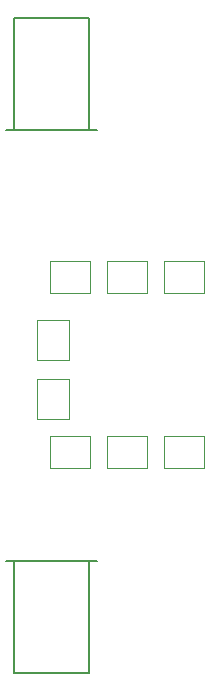
<source format=gbr>
%TF.GenerationSoftware,Altium Limited,Altium Designer,20.0.10 (225)*%
G04 Layer_Color=16711935*
%FSLAX26Y26*%
%MOIN*%
%TF.FileFunction,Other,Top_3D_Body*%
%TF.Part,Single*%
G01*
G75*
%TA.AperFunction,NonConductor*%
%ADD19C,0.007874*%
%ADD22C,0.003937*%
D19*
X4610650Y3040945D02*
X4860650D01*
X4610650D02*
Y3415748D01*
X4860650D01*
Y3040945D02*
Y3415748D01*
X4583484D02*
X4887815D01*
X4583484Y4851968D02*
X4887815D01*
X4610650D02*
Y5226772D01*
Y4851968D02*
X4860650D01*
Y5226772D01*
X4610650D02*
X4860650D01*
D22*
X5108705Y4415039D02*
X5242563D01*
X5108705Y4308740D02*
X5242563D01*
X5108705D02*
Y4415039D01*
X5242563Y4308740D02*
Y4415039D01*
X4918705D02*
X5052563D01*
X4918705Y4308740D02*
X5052563D01*
X4918705D02*
Y4415039D01*
X5052563Y4308740D02*
Y4415039D01*
X4729807D02*
X4863665D01*
X4729807Y4308740D02*
X4863665D01*
X4729807D02*
Y4415039D01*
X4863665Y4308740D02*
Y4415039D01*
X4792382Y4086614D02*
Y4220472D01*
X4686083Y4086614D02*
Y4220472D01*
X4792382D01*
X4686083Y4086614D02*
X4792382D01*
Y3888071D02*
Y4021929D01*
X4686083Y3888071D02*
Y4021929D01*
X4792382D01*
X4686083Y3888071D02*
X4792382D01*
X5108705Y3831890D02*
X5242563D01*
X5108705Y3725591D02*
X5242563D01*
X5108705D02*
Y3831890D01*
X5242563Y3725591D02*
Y3831890D01*
X4918705D02*
X5052563D01*
X4918705Y3725591D02*
X5052563D01*
X4918705D02*
Y3831890D01*
X5052563Y3725591D02*
Y3831890D01*
X4729807D02*
X4863665D01*
X4729807Y3725591D02*
X4863665D01*
X4729807D02*
Y3831890D01*
X4863665Y3725591D02*
Y3831890D01*
%TF.MD5,f1c23c3d2c8c4a881fc7df37c2e381e4*%
M02*

</source>
